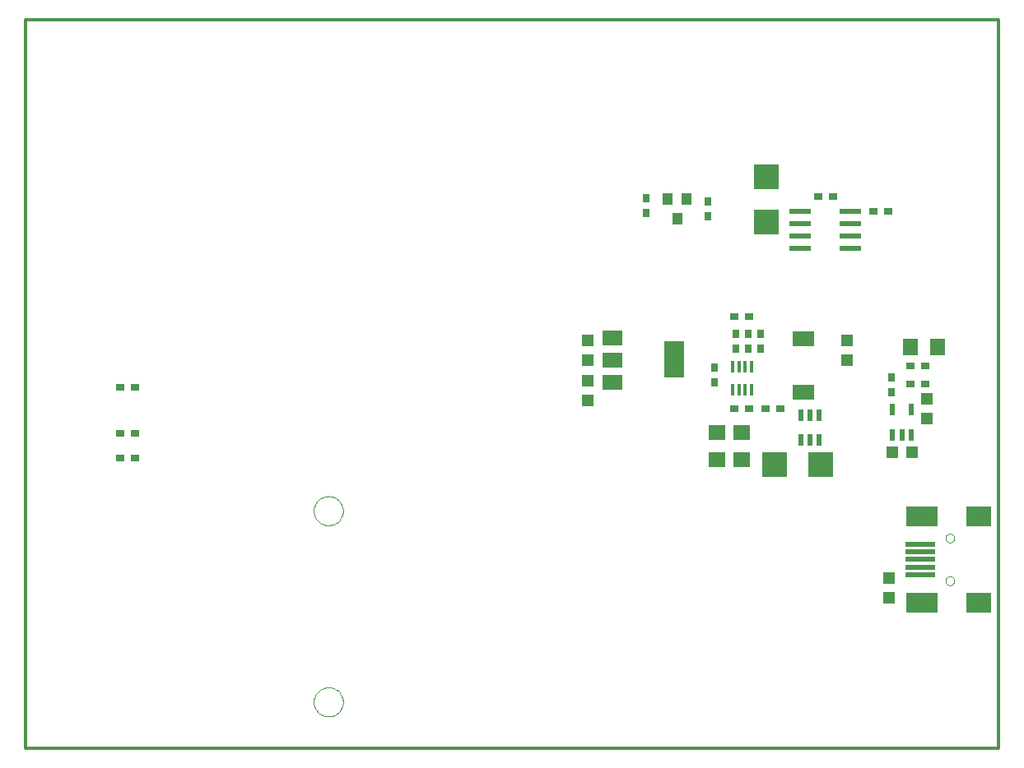
<source format=gtp>
G75*
G70*
%OFA0B0*%
%FSLAX24Y24*%
%IPPOS*%
%LPD*%
%AMOC8*
5,1,8,0,0,1.08239X$1,22.5*
%
%ADD10C,0.0120*%
%ADD11R,0.0984X0.0787*%
%ADD12R,0.1299X0.0787*%
%ADD13R,0.1220X0.0197*%
%ADD14C,0.0000*%
%ADD15R,0.0217X0.0472*%
%ADD16R,0.0315X0.0354*%
%ADD17R,0.0512X0.0472*%
%ADD18R,0.0354X0.0315*%
%ADD19R,0.0472X0.0512*%
%ADD20R,0.0630X0.0709*%
%ADD21R,0.0790X0.0590*%
%ADD22R,0.0790X0.1500*%
%ADD23R,0.0160X0.0480*%
%ADD24R,0.0866X0.0591*%
%ADD25R,0.0200X0.0480*%
%ADD26R,0.0709X0.0630*%
%ADD27R,0.1000X0.1000*%
%ADD28R,0.0394X0.0500*%
%ADD29R,0.0866X0.0236*%
D10*
X000624Y000160D02*
X000624Y029688D01*
X039994Y029688D01*
X039994Y000160D01*
X000624Y000160D01*
D11*
X039220Y006058D03*
X039220Y009562D03*
D12*
X036898Y009562D03*
X036898Y006058D03*
D13*
X036858Y007180D03*
X036858Y007495D03*
X036858Y007810D03*
X036858Y008125D03*
X036858Y008440D03*
D14*
X037862Y008676D02*
X037864Y008702D01*
X037870Y008728D01*
X037880Y008753D01*
X037893Y008776D01*
X037909Y008796D01*
X037929Y008814D01*
X037951Y008829D01*
X037974Y008841D01*
X038000Y008849D01*
X038026Y008853D01*
X038052Y008853D01*
X038078Y008849D01*
X038104Y008841D01*
X038128Y008829D01*
X038149Y008814D01*
X038169Y008796D01*
X038185Y008776D01*
X038198Y008753D01*
X038208Y008728D01*
X038214Y008702D01*
X038216Y008676D01*
X038214Y008650D01*
X038208Y008624D01*
X038198Y008599D01*
X038185Y008576D01*
X038169Y008556D01*
X038149Y008538D01*
X038127Y008523D01*
X038104Y008511D01*
X038078Y008503D01*
X038052Y008499D01*
X038026Y008499D01*
X038000Y008503D01*
X037974Y008511D01*
X037950Y008523D01*
X037929Y008538D01*
X037909Y008556D01*
X037893Y008576D01*
X037880Y008599D01*
X037870Y008624D01*
X037864Y008650D01*
X037862Y008676D01*
X037862Y006944D02*
X037864Y006970D01*
X037870Y006996D01*
X037880Y007021D01*
X037893Y007044D01*
X037909Y007064D01*
X037929Y007082D01*
X037951Y007097D01*
X037974Y007109D01*
X038000Y007117D01*
X038026Y007121D01*
X038052Y007121D01*
X038078Y007117D01*
X038104Y007109D01*
X038128Y007097D01*
X038149Y007082D01*
X038169Y007064D01*
X038185Y007044D01*
X038198Y007021D01*
X038208Y006996D01*
X038214Y006970D01*
X038216Y006944D01*
X038214Y006918D01*
X038208Y006892D01*
X038198Y006867D01*
X038185Y006844D01*
X038169Y006824D01*
X038149Y006806D01*
X038127Y006791D01*
X038104Y006779D01*
X038078Y006771D01*
X038052Y006767D01*
X038026Y006767D01*
X038000Y006771D01*
X037974Y006779D01*
X037950Y006791D01*
X037929Y006806D01*
X037909Y006824D01*
X037893Y006844D01*
X037880Y006867D01*
X037870Y006892D01*
X037864Y006918D01*
X037862Y006944D01*
X012283Y009785D02*
X012285Y009833D01*
X012291Y009881D01*
X012301Y009928D01*
X012314Y009974D01*
X012332Y010019D01*
X012352Y010063D01*
X012377Y010105D01*
X012405Y010144D01*
X012435Y010181D01*
X012469Y010215D01*
X012506Y010247D01*
X012544Y010276D01*
X012585Y010301D01*
X012628Y010323D01*
X012673Y010341D01*
X012719Y010355D01*
X012766Y010366D01*
X012814Y010373D01*
X012862Y010376D01*
X012910Y010375D01*
X012958Y010370D01*
X013006Y010361D01*
X013052Y010349D01*
X013097Y010332D01*
X013141Y010312D01*
X013183Y010289D01*
X013223Y010262D01*
X013261Y010232D01*
X013296Y010199D01*
X013328Y010163D01*
X013358Y010125D01*
X013384Y010084D01*
X013406Y010041D01*
X013426Y009997D01*
X013441Y009952D01*
X013453Y009905D01*
X013461Y009857D01*
X013465Y009809D01*
X013465Y009761D01*
X013461Y009713D01*
X013453Y009665D01*
X013441Y009618D01*
X013426Y009573D01*
X013406Y009529D01*
X013384Y009486D01*
X013358Y009445D01*
X013328Y009407D01*
X013296Y009371D01*
X013261Y009338D01*
X013223Y009308D01*
X013183Y009281D01*
X013141Y009258D01*
X013097Y009238D01*
X013052Y009221D01*
X013006Y009209D01*
X012958Y009200D01*
X012910Y009195D01*
X012862Y009194D01*
X012814Y009197D01*
X012766Y009204D01*
X012719Y009215D01*
X012673Y009229D01*
X012628Y009247D01*
X012585Y009269D01*
X012544Y009294D01*
X012506Y009323D01*
X012469Y009355D01*
X012435Y009389D01*
X012405Y009426D01*
X012377Y009465D01*
X012352Y009507D01*
X012332Y009551D01*
X012314Y009596D01*
X012301Y009642D01*
X012291Y009689D01*
X012285Y009737D01*
X012283Y009785D01*
X012283Y002035D02*
X012285Y002083D01*
X012291Y002131D01*
X012301Y002178D01*
X012314Y002224D01*
X012332Y002269D01*
X012352Y002313D01*
X012377Y002355D01*
X012405Y002394D01*
X012435Y002431D01*
X012469Y002465D01*
X012506Y002497D01*
X012544Y002526D01*
X012585Y002551D01*
X012628Y002573D01*
X012673Y002591D01*
X012719Y002605D01*
X012766Y002616D01*
X012814Y002623D01*
X012862Y002626D01*
X012910Y002625D01*
X012958Y002620D01*
X013006Y002611D01*
X013052Y002599D01*
X013097Y002582D01*
X013141Y002562D01*
X013183Y002539D01*
X013223Y002512D01*
X013261Y002482D01*
X013296Y002449D01*
X013328Y002413D01*
X013358Y002375D01*
X013384Y002334D01*
X013406Y002291D01*
X013426Y002247D01*
X013441Y002202D01*
X013453Y002155D01*
X013461Y002107D01*
X013465Y002059D01*
X013465Y002011D01*
X013461Y001963D01*
X013453Y001915D01*
X013441Y001868D01*
X013426Y001823D01*
X013406Y001779D01*
X013384Y001736D01*
X013358Y001695D01*
X013328Y001657D01*
X013296Y001621D01*
X013261Y001588D01*
X013223Y001558D01*
X013183Y001531D01*
X013141Y001508D01*
X013097Y001488D01*
X013052Y001471D01*
X013006Y001459D01*
X012958Y001450D01*
X012910Y001445D01*
X012862Y001444D01*
X012814Y001447D01*
X012766Y001454D01*
X012719Y001465D01*
X012673Y001479D01*
X012628Y001497D01*
X012585Y001519D01*
X012544Y001544D01*
X012506Y001573D01*
X012469Y001605D01*
X012435Y001639D01*
X012405Y001676D01*
X012377Y001715D01*
X012352Y001757D01*
X012332Y001801D01*
X012314Y001846D01*
X012301Y001892D01*
X012291Y001939D01*
X012285Y001987D01*
X012283Y002035D01*
D15*
X035725Y012870D03*
X036099Y012870D03*
X036473Y012870D03*
X036473Y013894D03*
X035725Y013894D03*
D16*
X035677Y014598D03*
X035677Y015198D03*
X030374Y016360D03*
X029874Y016360D03*
X029374Y016360D03*
X029374Y016960D03*
X029874Y016960D03*
X030374Y016960D03*
X028499Y015585D03*
X028499Y014985D03*
X028249Y021735D03*
X028249Y022335D03*
X025749Y022460D03*
X025749Y021860D03*
D17*
X023374Y016685D03*
X023374Y015885D03*
X023374Y015060D03*
X023374Y014260D03*
X033874Y015885D03*
X033874Y016685D03*
X037124Y014310D03*
X037124Y013510D03*
X035574Y007060D03*
X035574Y006260D03*
D18*
X031174Y013910D03*
X030574Y013910D03*
X029924Y013910D03*
X029324Y013910D03*
X029324Y017660D03*
X029924Y017660D03*
X034949Y021910D03*
X035549Y021910D03*
X033299Y022535D03*
X032699Y022535D03*
X036449Y015660D03*
X037049Y015660D03*
X037049Y014910D03*
X036449Y014910D03*
X005049Y014785D03*
X004449Y014785D03*
X004449Y012910D03*
X005049Y012910D03*
X005049Y011910D03*
X004449Y011910D03*
D19*
X035724Y012160D03*
X036524Y012160D03*
D20*
X036448Y016410D03*
X037550Y016410D03*
D21*
X024384Y016800D03*
X024384Y015900D03*
X024384Y015000D03*
D22*
X026864Y015910D03*
D23*
X029244Y015640D03*
X029494Y015640D03*
X029754Y015640D03*
X030004Y015640D03*
X030004Y014680D03*
X029754Y014680D03*
X029494Y014680D03*
X029244Y014680D03*
D24*
X032124Y014577D03*
X032124Y016743D03*
D25*
X032004Y013650D03*
X032374Y013650D03*
X032744Y013650D03*
X032744Y012670D03*
X032374Y012670D03*
X032004Y012670D03*
D26*
X029624Y012961D03*
X028624Y012961D03*
X028624Y011859D03*
X029624Y011859D03*
D27*
X030949Y011660D03*
X032799Y011660D03*
X030624Y021485D03*
X030624Y023335D03*
D28*
X027373Y022429D03*
X026625Y022429D03*
X026999Y021641D03*
D29*
X031975Y021410D03*
X031975Y020910D03*
X031975Y020410D03*
X034023Y020410D03*
X034023Y020910D03*
X034023Y021410D03*
X034023Y021910D03*
X031975Y021910D03*
M02*

</source>
